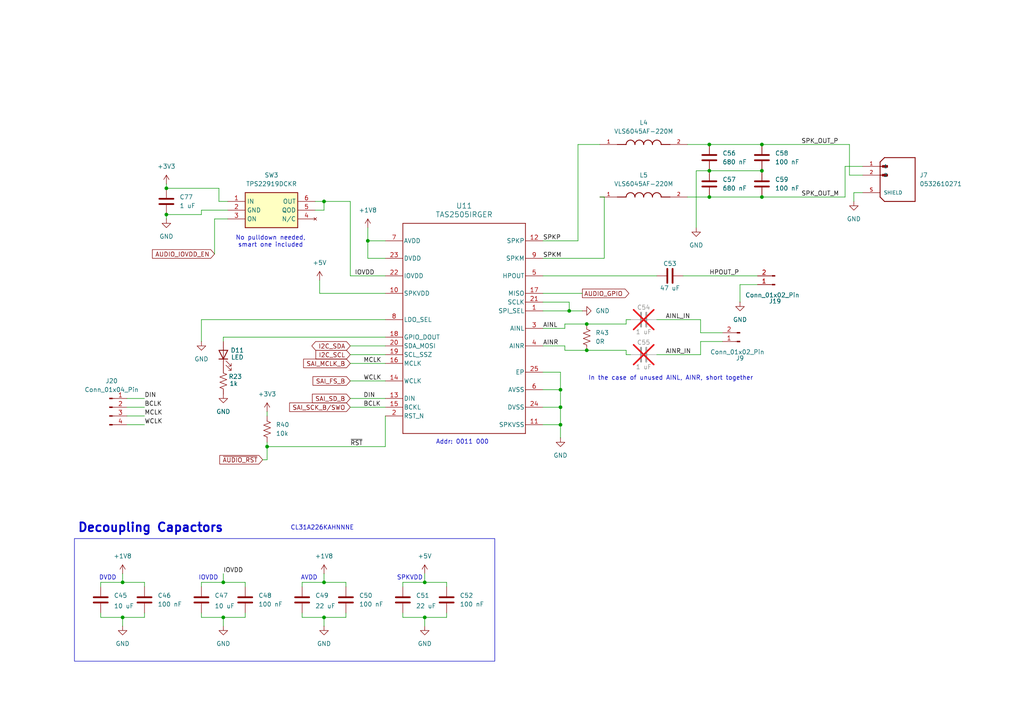
<source format=kicad_sch>
(kicad_sch (version 20231120) (generator "eeschema") (generator_version "8.0")
  (paper "A4")
  (title_block (title "Jakka1") (rev "1"))
  (lib_symbols
    (symbol "Connector:Conn_01x02_Pin" (pin_names (offset 1.016) hide)
      (property "Reference" "J" (at 0 2.54 0))
      (property "Value" "Conn_01x02_Pin" (at 0 -5.08 0))
      (symbol "Conn_01x02_Pin_1_1"
        (polyline (pts (xy 1.27 -2.54) (xy 0.8636 -2.54)) (stroke (width 0.1524)))
        (polyline (pts (xy 1.27 0) (xy 0.8636 0)) (stroke (width 0.1524)))
        (rectangle (start 0.8636 -2.413) (end 0 -2.667) (stroke (width 0.1524)) (fill (type outline)))
        (rectangle (start 0.8636 0.127) (end 0 -0.127) (stroke (width 0.1524)) (fill (type outline)))
        (pin passive line (at 5.08 0 180) (length 3.81) (name "Pin_1") (number "1"))
        (pin passive line (at 5.08 -2.54 180) (length 3.81) (name "Pin_2") (number "2"))
      )
    )
    (symbol "Connector:Conn_01x04_Pin" (pin_names (offset 1.016) hide)
      (property "Reference" "J" (at 0 5.08 0))
      (property "Value" "Conn_01x04_Pin" (at 0 -7.62 0))
      (symbol "Conn_01x04_Pin_1_1"
        (polyline (pts (xy 1.27 -5.08) (xy 0.8636 -5.08)) (stroke (width 0.1524)))
        (polyline (pts (xy 1.27 -2.54) (xy 0.8636 -2.54)) (stroke (width 0.1524)))
        (polyline (pts (xy 1.27 0) (xy 0.8636 0)) (stroke (width 0.1524)))
        (polyline (pts (xy 1.27 2.54) (xy 0.8636 2.54)) (stroke (width 0.1524)))
        (rectangle (start 0.8636 -4.953) (end 0 -5.207) (stroke (width 0.1524)) (fill (type outline)))
        (rectangle (start 0.8636 -2.413) (end 0 -2.667) (stroke (width 0.1524)) (fill (type outline)))
        (rectangle (start 0.8636 0.127) (end 0 -0.127) (stroke (width 0.1524)) (fill (type outline)))
        (rectangle (start 0.8636 2.667) (end 0 2.413) (stroke (width 0.1524)) (fill (type outline)))
        (pin passive line (at 5.08 2.54 180) (length 3.81) (name "Pin_1") (number "1"))
        (pin passive line (at 5.08 0 180) (length 3.81) (name "Pin_2") (number "2"))
        (pin passive line (at 5.08 -2.54 180) (length 3.81) (name "Pin_3") (number "3"))
        (pin passive line (at 5.08 -5.08 180) (length 3.81) (name "Pin_4") (number "4"))
      )
    )
    (symbol "Device:C" (pin_numbers hide) (pin_names (offset 0.254))
      (property "Reference" "C" (at 0.635 2.54 0))
      (property "Value" "C" (at 0.635 -2.54 0))
      (symbol "C_0_1"
        (polyline (pts (xy -2.032 -0.762) (xy 2.032 -0.762)) (stroke (width 0.508)))
        (polyline (pts (xy -2.032 0.762) (xy 2.032 0.762)) (stroke (width 0.508)))
      )
      (symbol "C_1_1"
        (pin passive line (at 0 3.81 270) (length 2.794) (name "~") (number "1"))
        (pin passive line (at 0 -3.81 90) (length 2.794) (name "~") (number "2"))
      )
    )
    (symbol "Device:LED" (pin_numbers hide) (pin_names (offset 1.016) hide)
      (property "Reference" "D" (at 0 2.54 0))
      (property "Value" "LED" (at 0 -2.54 0))
      (symbol "LED_0_1"
        (polyline (pts (xy -1.27 -1.27) (xy -1.27 1.27)) (stroke (width 0.254)))
        (polyline (pts (xy -1.27 0) (xy 1.27 0)))
        (polyline (pts (xy 1.27 -1.27) (xy 1.27 1.27) (xy -1.27 0) (xy 1.27 -1.27)) (stroke (width 0.254)))
        (polyline (pts (xy -3.048 -0.762) (xy -4.572 -2.286) (xy -3.81 -2.286) (xy -4.572 -2.286) (xy -4.572 -1.524)))
        (polyline (pts (xy -1.778 -0.762) (xy -3.302 -2.286) (xy -2.54 -2.286) (xy -3.302 -2.286) (xy -3.302 -1.524)))
      )
      (symbol "LED_1_1"
        (pin passive line (at -3.81 0 0) (length 2.54) (name "K") (number "1"))
        (pin passive line (at 3.81 0 180) (length 2.54) (name "A") (number "2"))
      )
    )
    (symbol "Device:R_US" (pin_numbers hide) (pin_names (offset 0))
      (property "Reference" "R" (at 2.54 0 90))
      (property "Value" "R_US" (at -2.54 0 90))
      (symbol "R_US_0_1"
        (polyline (pts (xy 0 -2.286) (xy 0 -2.54)))
        (polyline (pts (xy 0 2.286) (xy 0 2.54)))
        (polyline (pts (xy 0 -0.762) (xy 1.016 -1.143) (xy 0 -1.524) (xy -1.016 -1.905) (xy 0 -2.286)))
        (polyline (pts (xy 0 0.762) (xy 1.016 0.381) (xy 0 0) (xy -1.016 -0.381) (xy 0 -0.762)))
        (polyline (pts (xy 0 2.286) (xy 1.016 1.905) (xy 0 1.524) (xy -1.016 1.143) (xy 0 0.762)))
      )
      (symbol "R_US_1_1"
        (pin passive line (at 0 3.81 270) (length 1.27) (name "~") (number "1"))
        (pin passive line (at 0 -3.81 90) (length 1.27) (name "~") (number "2"))
      )
    )
    (symbol "jka_library:0532610271" (pin_names (offset 1.016))
      (property "Reference" "J" (at 0 6.35 0))
      (property "Value" "0532610271" (at 0 -10.16 0))
      (symbol "0532610271_0_0"
        (polyline (pts (xy 0 -6.35) (xy 1.27 -7.62)) (stroke (width 0.254)))
        (polyline (pts (xy 0 0) (xy 1.905 0)) (stroke (width 0.254)))
        (polyline (pts (xy 0 2.54) (xy 0 -6.35)) (stroke (width 0.254)))
        (polyline (pts (xy 0 2.54) (xy 1.905 2.54)) (stroke (width 0.254)))
        (polyline (pts (xy 0 3.81) (xy 0 2.54)) (stroke (width 0.254)))
        (polyline (pts (xy 0 3.81) (xy 1.27 5.08)) (stroke (width 0.254)))
        (polyline (pts (xy 1.27 -7.62) (xy 10.16 -7.62)) (stroke (width 0.254)))
        (polyline (pts (xy 10.16 -7.62) (xy 10.16 5.08)) (stroke (width 0.254)))
        (polyline (pts (xy 10.16 5.08) (xy 1.27 5.08)) (stroke (width 0.254)))
        (rectangle (start 0.635 -0.3175) (end 2.2225 0.3175) (stroke (width 0.1)) (fill (type outline)))
        (rectangle (start 0.635 2.2225) (end 2.2225 2.8575) (stroke (width 0.1)) (fill (type outline)))
        (pin passive line (at -5.08 2.54 0) (length 5.08) (name "1") (number "1"))
        (pin passive line (at -5.08 0 0) (length 5.08) (name "2") (number "2"))
      )
      (symbol "0532610271_1_0"
        (pin passive line (at -5.08 -5.08 0) (length 5.08) (name "SHIELD") (number "S"))
      )
    )
    (symbol "jka_library:TAS2505IRGER" (pin_names (offset 0.254))
      (property "Reference" "U" (at -0.254 32.512 0))
      (property "Value" "TAS2505IRGER" (at 0 0 0))
      (symbol "TAS2505IRGER_0_1"
        (polyline (pts (xy -17.78 -30.48) (xy 17.78 -30.48)) (stroke (width 0.2032)))
        (polyline (pts (xy -17.78 30.48) (xy -17.78 -30.48)) (stroke (width 0.2032)))
        (polyline (pts (xy 17.78 -30.48) (xy 17.78 30.48)) (stroke (width 0.2032)))
        (polyline (pts (xy 17.78 30.48) (xy -17.78 30.48)) (stroke (width 0.2032)))
        (pin input line (at 22.86 5.08 180) (length 5.08) (name "SPI_SEL") (number "1"))
        (pin power_in line (at -22.86 10.16 0) (length 5.08) (name "SPKVDD") (number "10"))
        (pin power_in line (at 22.86 -27.94 180) (length 5.08) (name "SPKVSS") (number "11"))
        (pin output line (at 22.86 25.4 180) (length 5.08) (name "SPKP") (number "12"))
        (pin input line (at -22.86 -20.32 0) (length 5.08) (name "DIN") (number "13"))
        (pin bidirectional line (at -22.86 -15.24 0) (length 5.08) (name "WCLK") (number "14"))
        (pin bidirectional line (at -22.86 -22.86 0) (length 5.08) (name "BCKL") (number "15"))
        (pin input line (at -22.86 -10.16 0) (length 5.08) (name "MCLK") (number "16"))
        (pin output line (at 22.86 10.16 180) (length 5.08) (name "MISO") (number "17"))
        (pin tri_state line (at -22.86 -2.54 0) (length 5.08) (name "GPIO_DOUT") (number "18"))
        (pin input line (at -22.86 -7.62 0) (length 5.08) (name "SCL_SSZ") (number "19"))
        (pin input line (at -22.86 -25.4 0) (length 5.08) (name "RST_N") (number "2"))
        (pin input line (at -22.86 -5.08 0) (length 5.08) (name "SDA_MOSI") (number "20"))
        (pin input line (at 22.86 7.62 180) (length 5.08) (name "SCLK") (number "21"))
        (pin power_in line (at -22.86 15.24 0) (length 5.08) (name "IOVDD") (number "22"))
        (pin power_in line (at -22.86 20.32 0) (length 5.08) (name "DVDD") (number "23"))
        (pin power_in line (at 22.86 -22.86 180) (length 5.08) (name "DVSS") (number "24"))
        (pin power_in line (at 22.86 -12.7 180) (length 5.08) (name "EP") (number "25"))
        (pin input line (at 22.86 0 180) (length 5.08) (name "AINL") (number "3"))
        (pin input line (at 22.86 -5.08 180) (length 5.08) (name "AINR") (number "4"))
        (pin output line (at 22.86 15.24 180) (length 5.08) (name "HPOUT") (number "5"))
        (pin power_in line (at 22.86 -17.78 180) (length 5.08) (name "AVSS") (number "6"))
        (pin power_in line (at -22.86 25.4 0) (length 5.08) (name "AVDD") (number "7"))
        (pin input line (at -22.86 2.54 0) (length 5.08) (name "LDO_SEL") (number "8"))
        (pin output line (at 22.86 20.32 180) (length 5.08) (name "SPKM") (number "9"))
      )
    )
    (symbol "jka_library:TPS22919DCKR"
      (property "Reference" "SW" (at 5.334 6.858 0))
      (property "Value" "TPS22919DCKR" (at 5.334 4.572 0))
      (symbol "TPS22919DCKR_1_1"
        (rectangle (start 5.08 2.54) (end 20.32 -7.62) (stroke (width 0.254)) (fill (type background)))
        (pin passive line (at 0 0 0) (length 5.08) (name "IN") (number "1"))
        (pin passive line (at 0 -2.54 0) (length 5.08) (name "GND") (number "2"))
        (pin passive line (at 0 -5.08 0) (length 5.08) (name "ON") (number "3"))
        (pin no_connect line (at 25.4 -5.08 180) (length 5.08) (name "N/C") (number "4"))
        (pin passive line (at 25.4 -2.54 180) (length 5.08) (name "QOD") (number "5"))
        (pin passive line (at 25.4 0 180) (length 5.08) (name "OUT") (number "6"))
      )
    )
    (symbol "jka_library:VLS6045AF-220M" (pin_names (offset 1.016))
      (property "Reference" "L" (at -0.762 2.286 0))
      (property "Value" "VLS6045AF-220M" (at -8.382 -1.016 0))
      (symbol "VLS6045AF-220M_0_0"
        (arc (start -2.54 0) (mid -3.81 1.2645) (end -5.08 0) (stroke (width 0.254)))
        (arc (start 0 0) (mid -1.27 1.2645) (end -2.54 0) (stroke (width 0.254)))
        (polyline (pts (xy -5.08 0) (xy -7.62 0)) (stroke (width 0.254)))
        (polyline (pts (xy 5.08 0) (xy 7.62 0)) (stroke (width 0.254)))
        (arc (start 2.54 0) (mid 1.27 1.2645) (end 0 0) (stroke (width 0.254)))
        (arc (start 5.08 0) (mid 3.81 1.2645) (end 2.54 0) (stroke (width 0.254)))
        (pin passive line (at -12.7 0 0) (length 5.08) (name "~") (number "1"))
        (pin passive line (at 12.7 0 180) (length 5.08) (name "~") (number "2"))
      )
    )
    (symbol "power:+1V8" (power) (pin_numbers hide) (pin_names (offset 0) hide)
      (property "Value" "+1V8" (at 0 3.556 0))
      (symbol "+1V8_0_1"
        (polyline (pts (xy -0.762 1.27) (xy 0 2.54)))
        (polyline (pts (xy 0 0) (xy 0 2.54)))
        (polyline (pts (xy 0 2.54) (xy 0.762 1.27)))
      )
      (symbol "+1V8_1_1"
        (pin power_in line (at 0 0 90) (length 0) (name "~") (number "1"))
      )
    )
    (symbol "power:+3V3" (power) (pin_numbers hide) (pin_names (offset 0) hide)
      (property "Value" "+3V3" (at 0 3.556 0))
      (symbol "+3V3_0_1"
        (polyline (pts (xy -0.762 1.27) (xy 0 2.54)))
        (polyline (pts (xy 0 0) (xy 0 2.54)))
        (polyline (pts (xy 0 2.54) (xy 0.762 1.27)))
      )
      (symbol "+3V3_1_1"
        (pin power_in line (at 0 0 90) (length 0) (name "~") (number "1"))
      )
    )
    (symbol "power:+5V" (power) (pin_numbers hide) (pin_names (offset 0) hide)
      (property "Value" "+5V" (at 0 3.556 0))
      (symbol "+5V_0_1"
        (polyline (pts (xy -0.762 1.27) (xy 0 2.54)))
        (polyline (pts (xy 0 0) (xy 0 2.54)))
        (polyline (pts (xy 0 2.54) (xy 0.762 1.27)))
      )
      (symbol "+5V_1_1"
        (pin power_in line (at 0 0 90) (length 0) (name "~") (number "1"))
      )
    )
    (symbol "power:GND" (power) (pin_numbers hide) (pin_names (offset 0) hide)
      (property "Value" "GND" (at 0 -3.81 0))
      (symbol "GND_0_1"
        (polyline (pts (xy 0 0) (xy 0 -1.27) (xy 1.27 -1.27) (xy 0 -2.54) (xy -1.27 -1.27) (xy 0 -1.27)))
      )
      (symbol "GND_1_1"
        (pin power_in line (at 0 0 270) (length 0) (name "~") (number "1"))
      )
    )
  )
  (junction (at 205.74 49.53))
  (junction (at 93.98 168.91))
  (junction (at 165.1 90.17))
  (junction (at 170.18 93.98))
  (junction (at 48.26 54.61))
  (junction (at 162.56 113.03))
  (junction (at 220.98 41.91))
  (junction (at 93.98 179.07))
  (junction (at 35.56 179.07))
  (junction (at 93.98 58.42))
  (junction (at 123.19 179.07))
  (junction (at 35.56 168.91))
  (junction (at 162.56 118.11))
  (junction (at 123.19 168.91))
  (junction (at 170.18 101.6))
  (junction (at 220.98 57.15))
  (junction (at 48.26 62.23))
  (junction (at 220.98 49.53))
  (junction (at 64.77 179.07))
  (junction (at 77.47 129.54))
  (junction (at 162.56 123.19))
  (junction (at 64.77 168.91))
  (junction (at 106.68 69.85))
  (junction (at 205.74 41.91))
  (junction (at 205.74 57.15))
  (wire (pts (xy 101.6 118.11) (xy 111.76 118.11)))
  (wire (pts (xy 63.5 58.42) (xy 66.04 58.42)))
  (wire (pts (xy 182.88 102.87) (xy 181.61 102.87)))
  (wire (pts (xy 93.98 166.37) (xy 93.98 168.91)))
  (wire (pts (xy 247.65 55.88) (xy 250.19 55.88)))
  (wire (pts (xy 101.6 115.57) (xy 111.76 115.57)))
  (wire (pts (xy 71.12 177.8) (xy 71.12 179.07)))
  (wire (pts (xy 162.56 107.95) (xy 162.56 113.03)))
  (wire (pts (xy 157.48 100.33) (xy 163.83 100.33)))
  (wire (pts (xy 35.56 179.07) (xy 41.91 179.07)))
  (wire (pts (xy 162.56 123.19) (xy 162.56 127)))
  (wire (pts (xy 106.68 74.93) (xy 106.68 69.85)))
  (wire (pts (xy 64.77 179.07) (xy 71.12 179.07)))
  (wire (pts (xy 77.47 119.38) (xy 77.47 120.65)))
  (wire (pts (xy 101.6 80.01) (xy 101.6 58.42)))
  (wire (pts (xy 175.26 57.15) (xy 175.26 74.93)))
  (wire (pts (xy 163.83 100.33) (xy 163.83 101.6)))
  (wire (pts (xy 199.39 57.15) (xy 205.74 57.15)))
  (wire (pts (xy 92.71 81.28) (xy 92.71 85.09)))
  (wire (pts (xy 41.91 177.8) (xy 41.91 179.07)))
  (wire (pts (xy 157.48 74.93) (xy 175.26 74.93)))
  (wire (pts (xy 48.26 54.61) (xy 48.26 53.34)))
  (wire (pts (xy 157.48 95.25) (xy 163.83 95.25)))
  (wire (pts (xy 157.48 87.63) (xy 165.1 87.63)))
  (wire (pts (xy 41.91 168.91) (xy 41.91 170.18)))
  (wire (pts (xy 111.76 74.93) (xy 106.68 74.93)))
  (wire (pts (xy 35.56 166.37) (xy 35.56 168.91)))
  (wire (pts (xy 64.77 166.37) (xy 64.77 168.91)))
  (wire (pts (xy 36.83 115.57) (xy 41.91 115.57)))
  (wire (pts (xy 48.26 62.23) (xy 48.26 63.5)))
  (wire (pts (xy 162.56 113.03) (xy 162.56 118.11)))
  (wire (pts (xy 111.76 97.79) (xy 64.77 97.79)))
  (wire (pts (xy 64.77 168.91) (xy 71.12 168.91)))
  (wire (pts (xy 167.64 41.91) (xy 173.99 41.91)))
  (wire (pts (xy 157.48 123.19) (xy 162.56 123.19)))
  (wire (pts (xy 36.83 120.65) (xy 41.91 120.65)))
  (wire (pts (xy 123.19 179.07) (xy 123.19 181.61)))
  (wire (pts (xy 36.83 118.11) (xy 41.91 118.11)))
  (wire (pts (xy 157.48 107.95) (xy 162.56 107.95)))
  (wire (pts (xy 220.98 41.91) (xy 246.38 41.91)))
  (wire (pts (xy 170.18 101.6) (xy 181.61 101.6)))
  (wire (pts (xy 163.83 95.25) (xy 163.83 93.98)))
  (wire (pts (xy 87.63 179.07) (xy 93.98 179.07)))
  (wire (pts (xy 91.44 60.96) (xy 93.98 60.96)))
  (wire (pts (xy 29.21 168.91) (xy 35.56 168.91)))
  (wire (pts (xy 205.74 49.53) (xy 220.98 49.53)))
  (wire (pts (xy 123.19 168.91) (xy 129.54 168.91)))
  (wire (pts (xy 181.61 102.87) (xy 181.61 101.6)))
  (wire (pts (xy 181.61 92.71) (xy 182.88 92.71)))
  (wire (pts (xy 77.47 128.27) (xy 77.47 129.54)))
  (wire (pts (xy 250.19 48.26) (xy 245.11 48.26)))
  (wire (pts (xy 245.11 57.15) (xy 220.98 57.15)))
  (wire (pts (xy 100.33 177.8) (xy 100.33 179.07)))
  (wire (pts (xy 63.5 54.61) (xy 63.5 58.42)))
  (wire (pts (xy 93.98 168.91) (xy 100.33 168.91)))
  (wire (pts (xy 62.23 73.66) (xy 62.23 63.5)))
  (wire (pts (xy 87.63 177.8) (xy 87.63 179.07)))
  (wire (pts (xy 190.5 102.87) (xy 203.2 102.87)))
  (wire (pts (xy 58.42 179.07) (xy 64.77 179.07)))
  (wire (pts (xy 91.44 58.42) (xy 93.98 58.42)))
  (wire (pts (xy 58.42 99.06) (xy 58.42 92.71)))
  (wire (pts (xy 29.21 170.18) (xy 29.21 168.91)))
  (wire (pts (xy 129.54 168.91) (xy 129.54 170.18)))
  (wire (pts (xy 116.84 177.8) (xy 116.84 179.07)))
  (wire (pts (xy 58.42 60.96) (xy 58.42 62.23)))
  (wire (pts (xy 101.6 102.87) (xy 111.76 102.87)))
  (wire (pts (xy 205.74 57.15) (xy 220.98 57.15)))
  (wire (pts (xy 203.2 99.06) (xy 203.2 102.87)))
  (wire (pts (xy 29.21 177.8) (xy 29.21 179.07)))
  (wire (pts (xy 246.38 50.8) (xy 246.38 41.91)))
  (wire (pts (xy 175.26 57.15) (xy 173.99 57.15)))
  (wire (pts (xy 157.48 118.11) (xy 162.56 118.11)))
  (wire (pts (xy 245.11 48.26) (xy 245.11 57.15)))
  (wire (pts (xy 101.6 80.01) (xy 111.76 80.01)))
  (wire (pts (xy 36.83 123.19) (xy 41.91 123.19)))
  (wire (pts (xy 198.12 80.01) (xy 219.71 80.01)))
  (wire (pts (xy 116.84 170.18) (xy 116.84 168.91)))
  (wire (pts (xy 77.47 129.54) (xy 111.76 129.54)))
  (wire (pts (xy 250.19 50.8) (xy 246.38 50.8)))
  (wire (pts (xy 58.42 60.96) (xy 66.04 60.96)))
  (wire (pts (xy 106.68 69.85) (xy 111.76 69.85)))
  (wire (pts (xy 64.77 179.07) (xy 64.77 181.61)))
  (wire (pts (xy 116.84 168.91) (xy 123.19 168.91)))
  (wire (pts (xy 101.6 110.49) (xy 111.76 110.49)))
  (wire (pts (xy 219.71 82.55) (xy 214.63 82.55)))
  (wire (pts (xy 201.93 49.53) (xy 201.93 66.04)))
  (wire (pts (xy 64.77 97.79) (xy 64.77 99.06)))
  (wire (pts (xy 101.6 100.33) (xy 111.76 100.33)))
  (wire (pts (xy 209.55 99.06) (xy 203.2 99.06)))
  (wire (pts (xy 77.47 133.35) (xy 77.47 129.54)))
  (wire (pts (xy 129.54 177.8) (xy 129.54 179.07)))
  (wire (pts (xy 111.76 129.54) (xy 111.76 120.65)))
  (wire (pts (xy 163.83 101.6) (xy 170.18 101.6)))
  (wire (pts (xy 157.48 113.03) (xy 162.56 113.03)))
  (wire (pts (xy 199.39 41.91) (xy 205.74 41.91)))
  (wire (pts (xy 87.63 168.91) (xy 93.98 168.91)))
  (wire (pts (xy 157.48 80.01) (xy 190.5 80.01)))
  (wire (pts (xy 62.23 63.5) (xy 66.04 63.5)))
  (wire (pts (xy 214.63 82.55) (xy 214.63 87.63)))
  (wire (pts (xy 157.48 85.09) (xy 168.91 85.09)))
  (wire (pts (xy 93.98 58.42) (xy 101.6 58.42)))
  (wire (pts (xy 35.56 168.91) (xy 41.91 168.91)))
  (wire (pts (xy 93.98 179.07) (xy 100.33 179.07)))
  (wire (pts (xy 162.56 118.11) (xy 162.56 123.19)))
  (wire (pts (xy 48.26 62.23) (xy 58.42 62.23)))
  (wire (pts (xy 58.42 168.91) (xy 64.77 168.91)))
  (wire (pts (xy 181.61 93.98) (xy 181.61 92.71)))
  (wire (pts (xy 123.19 179.07) (xy 129.54 179.07)))
  (wire (pts (xy 157.48 69.85) (xy 167.64 69.85)))
  (wire (pts (xy 168.91 90.17) (xy 165.1 90.17)))
  (wire (pts (xy 203.2 96.52) (xy 203.2 92.71)))
  (wire (pts (xy 209.55 96.52) (xy 203.2 96.52)))
  (wire (pts (xy 29.21 179.07) (xy 35.56 179.07)))
  (wire (pts (xy 170.18 93.98) (xy 181.61 93.98)))
  (wire (pts (xy 111.76 85.09) (xy 92.71 85.09)))
  (wire (pts (xy 48.26 54.61) (xy 63.5 54.61)))
  (wire (pts (xy 100.33 168.91) (xy 100.33 170.18)))
  (wire (pts (xy 106.68 66.04) (xy 106.68 69.85)))
  (wire (pts (xy 116.84 179.07) (xy 123.19 179.07)))
  (wire (pts (xy 76.2 133.35) (xy 77.47 133.35)))
  (wire (pts (xy 247.65 58.42) (xy 247.65 55.88)))
  (wire (pts (xy 35.56 179.07) (xy 35.56 181.61)))
  (wire (pts (xy 87.63 170.18) (xy 87.63 168.91)))
  (wire (pts (xy 93.98 60.96) (xy 93.98 58.42)))
  (wire (pts (xy 157.48 90.17) (xy 165.1 90.17)))
  (wire (pts (xy 58.42 92.71) (xy 111.76 92.71)))
  (wire (pts (xy 205.74 41.91) (xy 220.98 41.91)))
  (wire (pts (xy 101.6 105.41) (xy 111.76 105.41)))
  (wire (pts (xy 123.19 166.37) (xy 123.19 168.91)))
  (wire (pts (xy 163.83 93.98) (xy 170.18 93.98)))
  (wire (pts (xy 190.5 92.71) (xy 203.2 92.71)))
  (wire (pts (xy 93.98 179.07) (xy 93.98 181.61)))
  (wire (pts (xy 71.12 168.91) (xy 71.12 170.18)))
  (wire (pts (xy 58.42 170.18) (xy 58.42 168.91)))
  (wire (pts (xy 165.1 87.63) (xy 165.1 90.17)))
  (wire (pts (xy 167.64 41.91) (xy 167.64 69.85)))
  (wire (pts (xy 205.74 49.53) (xy 201.93 49.53)))
  (wire (pts (xy 58.42 177.8) (xy 58.42 179.07)))
  (rectangle (start 21.59 156.21) (end 143.51 191.77))
  (text "IOVDD" (at 60.452 167.64 0) (effects (font (size 1.27 1.27))))
  (text "CL31A226KAHNNNE" (at 93.472 153.162 0) (effects (font (size 1.27 1.27))))
  (text "In the case of unused AINL, AINR, short together" (at 194.564 109.728 0) (effects (font (size 1.27 1.27))))
  (text "DVDD" (at 31.242 167.64 0) (effects (font (size 1.27 1.27))))
  (text "Addr: 0011 000" (at 134.112 128.27 0) (effects (font (size 1.27 1.27))))
  (text "SPKVDD" (at 118.872 167.64 0) (effects (font (size 1.27 1.27))))
  (text "No pulldown needed,\nsmart one included" (at 78.486 70.104 0) (effects (font (size 1.27 1.27))))
  (text "Decoupling Capactors" (at 43.688 153.162 0) (effects (font (size 2.54 2.54) (thickness 0.508) (bold yes))))
  (text "AVDD" (at 89.662 167.64 0) (effects (font (size 1.27 1.27))))
  (label "DIN" (at 105.41 115.57 0))
  (label "AINR" (at 157.48 100.33 0))
  (label "AINL" (at 157.48 95.25 0))
  (label "DIN" (at 41.91 115.57 0))
  (label "IOVDD" (at 102.87 80.01 0))
  (label "SPKM" (at 157.48 74.93 0))
  (label "SPK_OUT_P" (at 232.41 41.91 0))
  (label "MCLK" (at 41.91 120.65 0))
  (label "AINL_IN" (at 193.04 92.71 0))
  (label "WCLK" (at 41.91 123.19 0))
  (label "IOVDD" (at 64.77 166.37 0))
  (label "BCLK" (at 41.91 118.11 0))
  (label "SPK_OUT_M" (at 232.41 57.15 0))
  (label "SPKP" (at 157.48 69.85 0))
  (label "WCLK" (at 105.41 110.49 0))
  (label "BCLK" (at 105.41 118.11 0))
  (label "~{RST}" (at 101.6 129.54 0))
  (label "HPOUT_P" (at 205.74 80.01 0))
  (label "AINR_IN" (at 193.04 102.87 0))
  (label "MCLK" (at 105.41 105.41 0))
  (global_label "SAI_SD_B" (shape input) (at 101.6 115.57 180) (property "Intersheetrefs" "${INTERSHEET_REFS}" (effects (hide yes))))
  (global_label "SAI_MCLK_B" (shape input) (at 101.6 105.41 180) (property "Intersheetrefs" "${INTERSHEET_REFS}" (effects (hide yes))))
  (global_label "~{AUDIO_RST}" (shape input) (at 76.2 133.35 180) (property "Intersheetrefs" "${INTERSHEET_REFS}" (effects (hide yes))))
  (global_label "I2C_SCL" (shape input) (at 101.6 102.87 180) (property "Intersheetrefs" "${INTERSHEET_REFS}" (effects (hide yes))))
  (global_label "I2C_SDA" (shape bidirectional) (at 101.6 100.33 180) (property "Intersheetrefs" "${INTERSHEET_REFS}" (effects (hide yes))))
  (global_label "AUDIO_GPIO" (shape output) (at 168.91 85.09 0) (property "Intersheetrefs" "${INTERSHEET_REFS}" (effects (hide yes))))
  (global_label "SAI_SCK_B{slash}SWO" (shape input) (at 101.6 118.11 180) (property "Intersheetrefs" "${INTERSHEET_REFS}" (effects (hide yes))))
  (global_label "AUDIO_IOVDD_EN" (shape input) (at 62.23 73.66 180) (property "Intersheetrefs" "${INTERSHEET_REFS}" (effects (hide yes))))
  (global_label "SAI_FS_B" (shape input) (at 101.6 110.49 180) (property "Intersheetrefs" "${INTERSHEET_REFS}" (effects (hide yes))))
  (symbol (lib_id "jka_library:VLS6045AF-220M") (at 186.69 41.91 0) (unit 1)
    (property "Reference" "L4" (at 186.69 35.56 0))
    (property "Value" "VLS6045AF-220M" (at 186.69 38.1 0))
    (property "Footprint" "jka_library:IND_VLS6045AF-220M" (effects (hide yes)))
    (property "Description" "A 22 uH, 0.1 DCR, shielded inductor" (effects (hide yes)))
    (property "PARTREV" "N/A" (effects (hide yes)))
    (property "STANDARD" "Manufacturer Recommendations" (effects (hide yes)))
    (property "MAXIMUM_PACKAGE_HEIGHT" "4.5 mm" (effects (hide yes)))
    (property "MANUFACTURER" "TDK" (effects (hide yes)))
  )
  (symbol (lib_id "power:GND") (at 214.63 87.63 0) (unit 1)
    (property "Reference" "#PWR0119" (effects (hide yes)))
    (property "Value" "GND" (at 214.63 92.71 0))
    (property "Description" "Power symbol creates a global label with name \"GND\" , ground" (effects (hide yes)))
  )
  (symbol (lib_id "Device:C") (at 48.26 58.42 0) (unit 1)
    (property "Reference" "C77" (at 52.07 57.1499 0) (effects (justify left)))
    (property "Value" "1 uF" (at 52.07 59.6899 0) (effects (justify left)))
    (property "Footprint" "Capacitor_SMD:C_0603_1608Metric" (effects (hide yes)))
    (property "Description" "Unpolarized capacitor" (effects (hide yes)))
  )
  (symbol (lib_id "jka_library:TAS2505IRGER") (at 134.62 95.25 0) (unit 1)
    (property "Reference" "U11" (at 134.62 59.69 0) (effects (font (size 1.524 1.524))))
    (property "Value" "TAS2505IRGER" (at 134.62 62.23 0) (effects (font (size 1.524 1.524))))
    (property "Footprint" "jka_library:TAS2505IR" (effects (hide yes)))
    (property "Datasheet" "https://www.ti.com/lit/ds/symlink/tas2505.pdf?ts=1740581424522&ref_url=https%253A%252F%252Fwww.ti.com%252Fproduct%252FTAS2505" (effects (hide yes)))
    (property "Description" "A mono Class-D speaker amp that supports digital and analog inputs. Features I2S, I2C or SPI control, and 1.7W for 8 ohm systems at 5.5V input voltage." (effects (hide yes)))
  )
  (symbol (lib_id "power:GND") (at 48.26 63.5 0) (unit 1)
    (property "Reference" "#PWR0129" (effects (hide yes)))
    (property "Value" "GND" (at 48.26 68.58 0))
    (property "Description" "Power symbol creates a global label with name \"GND\" , ground" (effects (hide yes)))
  )
  (symbol (lib_id "Device:C") (at 220.98 53.34 0) (unit 1)
    (property "Reference" "C59" (at 224.79 52.0699 0) (effects (justify left)))
    (property "Value" "100 nF" (at 224.79 54.6099 0) (effects (justify left)))
    (property "Footprint" "Capacitor_SMD:C_0603_1608Metric" (effects (hide yes)))
  )
  (symbol (lib_id "power:GND") (at 64.77 181.61 0) (unit 1)
    (property "Reference" "#PWR086" (effects (hide yes)))
    (property "Value" "GND" (at 64.77 186.69 0))
    (property "Description" "Power symbol creates a global label with name \"GND\" , ground" (effects (hide yes)))
  )
  (symbol (lib_id "power:GND") (at 35.56 181.61 0) (unit 1)
    (property "Reference" "#PWR084" (effects (hide yes)))
    (property "Value" "GND" (at 35.56 186.69 0))
    (property "Description" "Power symbol creates a global label with name \"GND\" , ground" (effects (hide yes)))
  )
  (symbol (lib_id "Device:C") (at 205.74 53.34 0) (unit 1)
    (property "Reference" "C57" (at 209.55 52.0699 0) (effects (justify left)))
    (property "Value" "680 nF" (at 209.55 54.6099 0) (effects (justify left)))
    (property "Footprint" "Capacitor_SMD:C_0603_1608Metric" (effects (hide yes)))
    (property "Description" " C1608X5R1H684K080AB" (effects (hide yes)))
  )
  (symbol (lib_id "power:+5V") (at 92.71 81.28 0) (unit 1)
    (property "Reference" "#PWR090" (effects (hide yes)))
    (property "Value" "+5V" (at 92.71 76.2 0))
    (property "Description" "Power symbol creates a global label with name \"+5V\"" (effects (hide yes)))
  )
  (symbol (lib_id "jka_library:0532610271") (at 255.27 50.8 0) (unit 1)
    (property "Reference" "J7" (at 266.7 50.7999 0) (effects (justify left)))
    (property "Value" "0532610271" (at 266.7 53.3399 0) (effects (justify left)))
    (property "Footprint" "jka_library:MOLEX_0532610271" (effects (hide yes)))
    (property "Description" "A 2-pos 1.25 pitch Molex connector, horizontal" (effects (hide yes)))
    (property "PARTREV" "J" (effects (hide yes)))
    (property "MANUFACTURER" "Molex" (effects (hide yes)))
    (property "MAXIMUM_PACKAGE_HEIGHT" "3.4 mm" (effects (hide yes)))
    (property "STANDARD" "Manufacturer Recommendations" (effects (hide yes)))
  )
  (symbol (lib_id "power:GND") (at 93.98 181.61 0) (unit 1)
    (property "Reference" "#PWR088" (effects (hide yes)))
    (property "Value" "GND" (at 93.98 186.69 0))
    (property "Description" "Power symbol creates a global label with name \"GND\" , ground" (effects (hide yes)))
  )
  (symbol (lib_id "power:+1V8") (at 93.98 166.37 0) (unit 1)
    (property "Reference" "#PWR087" (effects (hide yes)))
    (property "Value" "+1V8" (at 93.98 161.29 0))
    (property "Description" "Power symbol creates a global label with name \"+1V8\"" (effects (hide yes)))
  )
  (symbol (lib_id "power:+3V3") (at 77.47 119.38 0) (unit 1)
    (property "Reference" "#PWR089" (effects (hide yes)))
    (property "Value" "+3V3" (at 77.47 114.3 0))
    (property "Description" "Power symbol creates a global label with name \"+3V3\"" (effects (hide yes)))
  )
  (symbol (lib_id "jka_library:TPS22919DCKR") (at 66.04 58.42 0) (unit 1)
    (property "Reference" "SW3" (at 78.74 50.8 0))
    (property "Value" "TPS22919DCKR" (at 78.74 53.34 0))
    (property "Footprint" "jka_library:SOT65P210X110-6N" (effects (hide yes)))
    (property "Datasheet" "http://www.ti.com/lit/ds/symlink/tps22919.pdf" (effects (hide yes)))
    (property "Description" "5.5V, 1.5A, 90m self-protected load switch with controlled rise time" (effects (hide yes)))
    (property "Height" "1.1" (effects (hide yes)))
    (property "Manufacturer_Name" "Texas Instruments" (effects (hide yes)))
    (property "Manufacturer_Part_Number" "TPS22919DCKR" (effects (hide yes)))
    (property "Mouser Part Number" "595-TPS22919DCKR" (effects (hide yes)))
    (property "Mouser Price/Stock" "https://www.mouser.co.uk/ProductDetail/Texas-Instruments/TPS22919DCKR?qs=byeeYqUIh0P8WJZpeizUqw%3D%3D" (effects (hide yes)))
    (property "Arrow Part Number" "TPS22919DCKR" (effects (hide yes)))
    (property "Arrow Price/Stock" "https://www.arrow.com/en/products/tps22919dckr/texas-instruments?region=nac" (effects (hide yes)))
  )
  (symbol (lib_id "Device:C") (at 87.63 173.99 0) (unit 1)
    (property "Reference" "C49" (at 91.44 172.7199 0) (effects (justify left)))
    (property "Value" "22 uF" (at 91.44 175.768 0) (effects (justify left)))
    (property "Footprint" "Capacitor_SMD:C_1206_3216Metric" (effects (hide yes)))
    (property "Description" "Unpolarized capacitor" (effects (hide yes)))
  )
  (symbol (lib_id "Connector:Conn_01x02_Pin") (at 224.79 82.55 180) (unit 1)
    (property "Reference" "J19" (at 224.79 87.376 0))
    (property "Value" "Conn_01x02_Pin" (at 224.028 85.598 0))
    (property "Footprint" "Connector_PinHeader_2.54mm:PinHeader_1x02_P2.54mm_Vertical" (effects (hide yes)))
    (property "Description" "Generic connector, single row, 01x02, script generated" (effects (hide yes)))
  )
  (symbol (lib_id "Device:C") (at 116.84 173.99 0) (unit 1)
    (property "Reference" "C51" (at 120.65 172.7199 0) (effects (justify left)))
    (property "Value" "22 uF" (at 120.65 175.768 0) (effects (justify left)))
    (property "Footprint" "Capacitor_SMD:C_1206_3216Metric" (effects (hide yes)))
    (property "Description" "Unpolarized capacitor" (effects (hide yes)))
  )
  (symbol (lib_id "power:+3V3") (at 48.26 53.34 0) (unit 1)
    (property "Reference" "#PWR092" (effects (hide yes)))
    (property "Value" "+3V3" (at 48.26 48.26 0))
    (property "Description" "Power symbol creates a global label with name \"+3V3\"" (effects (hide yes)))
  )
  (symbol (lib_id "power:GND") (at 58.42 99.06 0) (unit 1)
    (property "Reference" "#PWR091" (effects (hide yes)))
    (property "Value" "GND" (at 58.42 104.14 0))
    (property "Description" "Power symbol creates a global label with name \"GND\" , ground" (effects (hide yes)))
  )
  (symbol (lib_id "Device:C") (at 220.98 45.72 0) (unit 1)
    (property "Reference" "C58" (at 224.79 44.4499 0) (effects (justify left)))
    (property "Value" "100 nF" (at 224.79 46.9899 0) (effects (justify left)))
    (property "Footprint" "Capacitor_SMD:C_0603_1608Metric" (effects (hide yes)))
    (property "Description" "Unpolarized capacitor" (effects (hide yes)))
  )
  (symbol (lib_id "power:+5V") (at 123.19 166.37 0) (unit 1)
    (property "Reference" "#PWR094" (effects (hide yes)))
    (property "Value" "+5V" (at 123.19 161.29 0))
    (property "Description" "Power symbol creates a global label with name \"+5V\"" (effects (hide yes)))
  )
  (symbol (lib_id "Device:R_US") (at 77.47 124.46 0) (unit 1)
    (property "Reference" "R40" (at 80.01 123.1899 0) (effects (justify left)))
    (property "Value" "10k" (at 80.01 125.7299 0) (effects (justify left)))
    (property "Footprint" "Resistor_SMD:R_0603_1608Metric" (effects (hide yes)))
    (property "Description" "Resistor, US symbol" (effects (hide yes)))
  )
  (symbol (lib_id "Device:C") (at 205.74 45.72 0) (unit 1)
    (property "Reference" "C56" (at 209.55 44.4499 0) (effects (justify left)))
    (property "Value" "680 nF" (at 209.55 46.9899 0) (effects (justify left)))
    (property "Footprint" "Capacitor_SMD:C_0603_1608Metric" (effects (hide yes)))
    (property "Description" "Unpolarized capacitor" (effects (hide yes)))
    (property "P/N" " C1608X5R1H684K080AB" (effects (hide yes)))
  )
  (symbol (lib_id "Device:C") (at 129.54 173.99 0) (unit 1)
    (property "Reference" "C52" (at 133.35 172.7199 0) (effects (justify left)))
    (property "Value" "100 nF" (at 133.35 175.2599 0) (effects (justify left)))
    (property "Footprint" "Capacitor_SMD:C_0603_1608Metric" (effects (hide yes)))
    (property "Description" "Unpolarized capacitor" (effects (hide yes)))
  )
  (symbol (lib_id "Device:C") (at 41.91 173.99 0) (unit 1)
    (property "Reference" "C46" (at 45.72 172.7199 0) (effects (justify left)))
    (property "Value" "100 nF" (at 45.72 175.2599 0) (effects (justify left)))
    (property "Footprint" "Capacitor_SMD:C_0603_1608Metric" (effects (hide yes)))
    (property "Description" "Unpolarized capacitor" (effects (hide yes)))
  )
  (symbol (lib_id "power:GND") (at 168.91 90.17 90) (unit 1)
    (property "Reference" "#PWR097" (effects (hide yes)))
    (property "Value" "GND" (at 172.72 90.1699 90) (effects (justify right)))
    (property "Description" "Power symbol creates a global label with name \"GND\" , ground" (effects (hide yes)))
  )
  (symbol (lib_id "Connector:Conn_01x04_Pin") (at 31.75 118.11 0) (unit 1)
    (property "Reference" "J20" (at 32.385 110.49 0))
    (property "Value" "Conn_01x04_Pin" (at 32.385 113.03 0))
    (property "Footprint" "Connector_PinHeader_2.54mm:PinHeader_1x04_P2.54mm_Vertical" (effects (hide yes)))
    (property "Description" "Generic connector, single row, 01x04, script generated" (effects (hide yes)))
  )
  (symbol (lib_id "power:GND") (at 123.19 181.61 0) (unit 1)
    (property "Reference" "#PWR095" (effects (hide yes)))
    (property "Value" "GND" (at 123.19 186.69 0))
    (property "Description" "Power symbol creates a global label with name \"GND\" , ground" (effects (hide yes)))
  )
  (symbol (lib_id "Device:C") (at 71.12 173.99 0) (unit 1)
    (property "Reference" "C48" (at 74.93 172.7199 0) (effects (justify left)))
    (property "Value" "100 nF" (at 74.93 175.2599 0) (effects (justify left)))
    (property "Footprint" "Capacitor_SMD:C_0603_1608Metric" (effects (hide yes)))
    (property "Description" "Unpolarized capacitor" (effects (hide yes)))
  )
  (symbol (lib_id "Device:LED") (at 64.77 102.87 90) (unit 1)
    (property "Reference" "D11" (at 68.834 101.6 90))
    (property "Value" "LED" (at 68.834 103.632 90))
    (property "Footprint" "Diode_SMD:D_0603_1608Metric" (effects (hide yes)))
    (property "Description" "Light emitting diode" (effects (hide yes)))
  )
  (symbol (lib_id "power:GND") (at 162.56 127 0) (unit 1)
    (property "Reference" "#PWR096" (effects (hide yes)))
    (property "Value" "GND" (at 162.56 132.08 0))
    (property "Description" "Power symbol creates a global label with name \"GND\" , ground" (effects (hide yes)))
  )
  (symbol (lib_id "Device:C") (at 186.69 92.71 90) (unit 1) (dnp yes)
    (property "Reference" "C54" (at 186.69 89.154 90))
    (property "Value" "1 uF" (at 186.69 96.266 90))
    (property "Footprint" "Capacitor_SMD:C_0603_1608Metric" (effects (hide yes)))
    (property "Description" "Unpolarized capacitor" (effects (hide yes)))
  )
  (symbol (lib_id "power:+1V8") (at 106.68 66.04 0) (unit 1)
    (property "Reference" "#PWR093" (effects (hide yes)))
    (property "Value" "+1V8" (at 106.68 60.96 0))
    (property "Description" "Power symbol creates a global label with name \"+1V8\"" (effects (hide yes)))
  )
  (symbol (lib_id "Device:C") (at 29.21 173.99 0) (unit 1)
    (property "Reference" "C45" (at 33.02 172.7199 0) (effects (justify left)))
    (property "Value" "10 uF" (at 33.02 175.768 0) (effects (justify left)))
    (property "Footprint" "Capacitor_SMD:C_0805_2012Metric" (effects (hide yes)))
    (property "Description" "Unpolarized capacitor" (effects (hide yes)))
  )
  (symbol (lib_id "power:GND") (at 64.77 114.3 0) (unit 1)
    (property "Reference" "#PWR0118" (effects (hide yes)))
    (property "Value" "GND" (at 64.77 119.38 0))
    (property "Description" "Power symbol creates a global label with name \"GND\" , ground" (effects (hide yes)))
  )
  (symbol (lib_id "Device:C") (at 186.69 102.87 90) (unit 1) (dnp yes)
    (property "Reference" "C55" (at 186.69 99.314 90))
    (property "Value" "1 uF" (at 186.69 106.426 90))
    (property "Footprint" "Capacitor_SMD:C_0603_1608Metric" (effects (hide yes)))
    (property "Description" "Unpolarized capacitor" (effects (hide yes)))
  )
  (symbol (lib_id "Device:C") (at 194.31 80.01 90) (unit 1)
    (property "Reference" "C53" (at 194.31 76.454 90))
    (property "Value" "47 uF" (at 194.31 83.566 90))
    (property "Footprint" "Capacitor_SMD:C_1206_3216Metric" (effects (hide yes)))
    (property "Description" "Unpolarized capacitor" (effects (hide yes)))
    (property "P/N" "C3216X5R1E476M160AC" (effects (hide yes)))
  )
  (symbol (lib_id "power:+1V8") (at 35.56 166.37 0) (unit 1)
    (property "Reference" "#PWR083" (effects (hide yes)))
    (property "Value" "+1V8" (at 35.56 161.29 0))
    (property "Description" "Power symbol creates a global label with name \"+1V8\"" (effects (hide yes)))
  )
  (symbol (lib_id "Device:C") (at 58.42 173.99 0) (unit 1)
    (property "Reference" "C47" (at 62.23 172.7199 0) (effects (justify left)))
    (property "Value" "10 uF" (at 62.23 175.768 0) (effects (justify left)))
    (property "Footprint" "Capacitor_SMD:C_0805_2012Metric" (effects (hide yes)))
    (property "Description" "Unpolarized capacitor" (effects (hide yes)))
  )
  (symbol (lib_id "Device:R_US") (at 170.18 97.79 0) (unit 1)
    (property "Reference" "R43" (at 172.72 96.5199 0) (effects (justify left)))
    (property "Value" "0R" (at 172.72 99.0599 0) (effects (justify left)))
    (property "Footprint" "Resistor_SMD:R_0603_1608Metric" (effects (hide yes)))
    (property "Description" "Resistor, US symbol" (effects (hide yes)))
  )
  (symbol (lib_id "power:GND") (at 247.65 58.42 0) (unit 1)
    (property "Reference" "#PWR099" (effects (hide yes)))
    (property "Value" "GND" (at 247.65 63.5 0))
    (property "Description" "Power symbol creates a global label with name \"GND\" , ground" (effects (hide yes)))
  )
  (symbol (lib_id "Connector:Conn_01x02_Pin") (at 214.63 99.06 180) (unit 1)
    (property "Reference" "J9" (at 214.63 103.886 0))
    (property "Value" "Conn_01x02_Pin" (at 213.868 102.108 0))
    (property "Footprint" "Connector_PinHeader_2.54mm:PinHeader_1x02_P2.54mm_Vertical" (effects (hide yes)))
    (property "Description" "Generic connector, single row, 01x02, script generated" (effects (hide yes)))
  )
  (symbol (lib_id "Device:C") (at 100.33 173.99 0) (unit 1)
    (property "Reference" "C50" (at 104.14 172.7199 0) (effects (justify left)))
    (property "Value" "100 nF" (at 104.14 175.2599 0) (effects (justify left)))
    (property "Footprint" "Capacitor_SMD:C_0603_1608Metric" (effects (hide yes)))
    (property "Description" "Unpolarized capacitor" (effects (hide yes)))
  )
  (symbol (lib_id "power:GND") (at 201.93 66.04 0) (unit 1)
    (property "Reference" "#PWR098" (effects (hide yes)))
    (property "Value" "GND" (at 201.93 71.12 0))
    (property "Description" "Power symbol creates a global label with name \"GND\" , ground" (effects (hide yes)))
  )
  (symbol (lib_id "Device:R_US") (at 64.77 110.49 0) (unit 1)
    (property "Reference" "R23" (at 66.294 109.22 0) (effects (justify left)))
    (property "Value" "1k" (at 66.548 111.252 0) (effects (justify left)))
    (property "Footprint" "Resistor_SMD:R_0603_1608Metric" (effects (hide yes)))
    (property "Description" "Resistor, US symbol" (effects (hide yes)))
  )
  (symbol (lib_id "jka_library:VLS6045AF-220M") (at 186.69 57.15 0) (unit 1)
    (property "Reference" "L5" (at 186.69 50.8 0))
    (property "Value" "VLS6045AF-220M" (at 186.69 53.34 0))
    (property "Footprint" "jka_library:IND_VLS6045AF-220M" (effects (hide yes)))
    (property "Description" "A 22 uH, 0.1 DCR, shielded inductor" (effects (hide yes)))
    (property "PARTREV" "N/A" (effects (hide yes)))
    (property "STANDARD" "Manufacturer Recommendations" (effects (hide yes)))
    (property "MAXIMUM_PACKAGE_HEIGHT" "4.5 mm" (effects (hide yes)))
    (property "MANUFACTURER" "TDK" (effects (hide yes)))
  )
)
</source>
